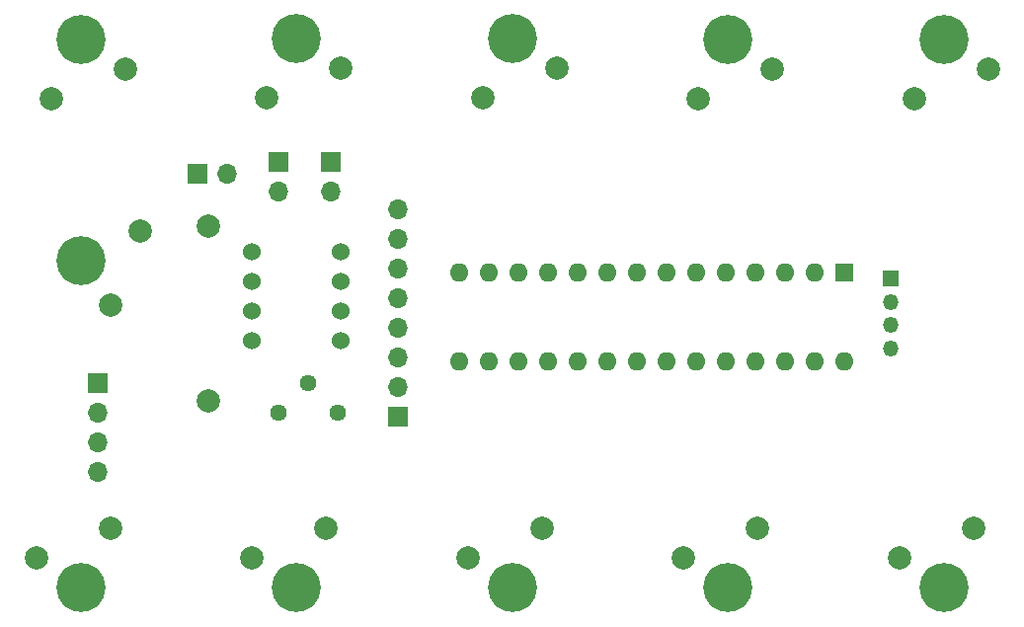
<source format=gbs>
G04 #@! TF.GenerationSoftware,KiCad,Pcbnew,(5.1.8)-1*
G04 #@! TF.CreationDate,2022-03-17T23:11:15+09:00*
G04 #@! TF.ProjectId,windsynth,77696e64-7379-46e7-9468-2e6b69636164,rev?*
G04 #@! TF.SameCoordinates,Original*
G04 #@! TF.FileFunction,Soldermask,Bot*
G04 #@! TF.FilePolarity,Negative*
%FSLAX46Y46*%
G04 Gerber Fmt 4.6, Leading zero omitted, Abs format (unit mm)*
G04 Created by KiCad (PCBNEW (5.1.8)-1) date 2022-03-17 23:11:15*
%MOMM*%
%LPD*%
G01*
G04 APERTURE LIST*
%ADD10R,1.700000X1.700000*%
%ADD11O,1.700000X1.700000*%
%ADD12R,1.350000X1.350000*%
%ADD13O,1.350000X1.350000*%
%ADD14C,4.200000*%
%ADD15C,2.000000*%
%ADD16C,1.524000*%
%ADD17R,1.600000X1.600000*%
%ADD18O,1.600000X1.600000*%
%ADD19C,1.440000*%
G04 APERTURE END LIST*
D10*
G04 #@! TO.C,M5StickC+(\u002A)*
X157750000Y-100886000D03*
D11*
X157750000Y-98346000D03*
X157750000Y-95806000D03*
X157750000Y-93266000D03*
X157750000Y-90726000D03*
X157750000Y-88186000D03*
X157750000Y-85646000D03*
X157750000Y-83106000D03*
G04 #@! TD*
D12*
G04 #@! TO.C,Grove*
X200000000Y-89000000D03*
D13*
X200000000Y-91000000D03*
X200000000Y-93000000D03*
X200000000Y-95000000D03*
G04 #@! TD*
D14*
G04 #@! TO.C,KeyLowC*
X204500000Y-115500000D03*
D15*
X207040000Y-110420000D03*
X200690000Y-112960000D03*
G04 #@! TD*
D14*
G04 #@! TO.C,KeyD*
X167500000Y-115500000D03*
D15*
X170040000Y-110420000D03*
X163690000Y-112960000D03*
G04 #@! TD*
D14*
G04 #@! TO.C,KeyE*
X149000000Y-115500000D03*
D15*
X151540000Y-110420000D03*
X145190000Y-112960000D03*
G04 #@! TD*
G04 #@! TO.C,KeyF*
X126690000Y-112960000D03*
X133040000Y-110420000D03*
D14*
X130500000Y-115500000D03*
G04 #@! TD*
G04 #@! TO.C,KeyLowCs*
X204500000Y-68500000D03*
D15*
X201960000Y-73580000D03*
X208310000Y-71040000D03*
G04 #@! TD*
G04 #@! TO.C,KeyG*
X171310000Y-70993000D03*
X164960000Y-73533000D03*
D14*
X167500000Y-68453000D03*
G04 #@! TD*
G04 #@! TO.C,KeyA*
X149000000Y-68453000D03*
D15*
X146460000Y-73533000D03*
X152810000Y-70993000D03*
G04 #@! TD*
G04 #@! TO.C,KeyB*
X134310000Y-71040000D03*
X127960000Y-73580000D03*
D14*
X130500000Y-68500000D03*
G04 #@! TD*
D15*
G04 #@! TO.C,KeyUp*
X133040000Y-91310000D03*
X135580000Y-84960000D03*
D14*
X130500000Y-87500000D03*
G04 #@! TD*
D16*
G04 #@! TO.C,AE-PAM8012*
X152810000Y-86690000D03*
X152810000Y-89230000D03*
X152810000Y-91770000D03*
X152810000Y-94310000D03*
X145190000Y-86690000D03*
X145190000Y-89230000D03*
X145190000Y-91770000D03*
X145190000Y-94310000D03*
G04 #@! TD*
D15*
G04 #@! TO.C,SPEAKER(\u002A)*
X141500000Y-84500000D03*
X141500000Y-99500000D03*
G04 #@! TD*
D17*
G04 #@! TO.C,MCP23017*
X196000000Y-88500000D03*
D18*
X162980000Y-96120000D03*
X193460000Y-88500000D03*
X165520000Y-96120000D03*
X190920000Y-88500000D03*
X168060000Y-96120000D03*
X188380000Y-88500000D03*
X170600000Y-96120000D03*
X185840000Y-88500000D03*
X173140000Y-96120000D03*
X183300000Y-88500000D03*
X175680000Y-96120000D03*
X180760000Y-88500000D03*
X178220000Y-96120000D03*
X178220000Y-88500000D03*
X180760000Y-96120000D03*
X175680000Y-88500000D03*
X183300000Y-96120000D03*
X173140000Y-88500000D03*
X185840000Y-96120000D03*
X170600000Y-88500000D03*
X188380000Y-96120000D03*
X168060000Y-88500000D03*
X190920000Y-96120000D03*
X165520000Y-88500000D03*
X193460000Y-96120000D03*
X162980000Y-88500000D03*
X196000000Y-96120000D03*
G04 #@! TD*
D14*
G04 #@! TO.C,KeyEb*
X186000000Y-115500000D03*
D15*
X188540000Y-110420000D03*
X182190000Y-112960000D03*
G04 #@! TD*
G04 #@! TO.C,KeyGs*
X189810000Y-71040000D03*
X183460000Y-73580000D03*
D14*
X186000000Y-68500000D03*
G04 #@! TD*
D10*
G04 #@! TO.C,KeyDown*
X140500000Y-80000000D03*
D11*
X143040000Y-80000000D03*
G04 #@! TD*
G04 #@! TO.C,BREATH*
X132000000Y-105620000D03*
X132000000Y-103080000D03*
X132000000Y-100540000D03*
D10*
X132000000Y-98000000D03*
G04 #@! TD*
D11*
G04 #@! TO.C,LIP*
X147500000Y-81540000D03*
D10*
X147500000Y-79000000D03*
G04 #@! TD*
G04 #@! TO.C,R1*
X152000000Y-79000000D03*
D11*
X152000000Y-81540000D03*
G04 #@! TD*
D19*
G04 #@! TO.C,VOLUME*
X152580000Y-100500000D03*
X150040000Y-97960000D03*
X147500000Y-100500000D03*
G04 #@! TD*
M02*

</source>
